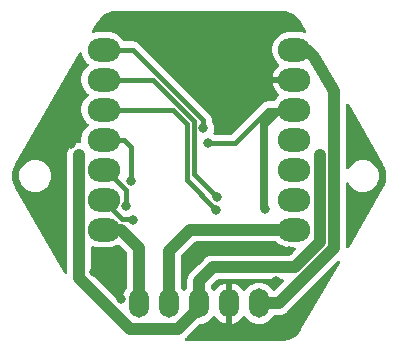
<source format=gbr>
%TF.GenerationSoftware,KiCad,Pcbnew,7.0.9*%
%TF.CreationDate,2024-01-11T17:27:39+09:00*%
%TF.ProjectId,LineIntegratedBoard,4c696e65-496e-4746-9567-726174656442,rev?*%
%TF.SameCoordinates,Original*%
%TF.FileFunction,Copper,L1,Top*%
%TF.FilePolarity,Positive*%
%FSLAX46Y46*%
G04 Gerber Fmt 4.6, Leading zero omitted, Abs format (unit mm)*
G04 Created by KiCad (PCBNEW 7.0.9) date 2024-01-11 17:27:39*
%MOMM*%
%LPD*%
G01*
G04 APERTURE LIST*
%TA.AperFunction,SMDPad,CuDef*%
%ADD10O,1.700000X2.500000*%
%TD*%
%TA.AperFunction,SMDPad,CuDef*%
%ADD11O,2.748280X1.998980*%
%TD*%
%TA.AperFunction,ViaPad*%
%ADD12C,0.800000*%
%TD*%
%TA.AperFunction,Conductor*%
%ADD13C,0.400000*%
%TD*%
%TA.AperFunction,Conductor*%
%ADD14C,1.000000*%
%TD*%
G04 APERTURE END LIST*
D10*
%TO.P,J4,1,Pin_1*%
%TO.N,+5V*%
X157480000Y-100965000D03*
%TO.P,J4,2,Pin_2*%
%TO.N,GND*%
X154940000Y-100965000D03*
%TO.P,J4,3,Pin_3*%
%TO.N,+5VA*%
X152400000Y-100965000D03*
%TO.P,J4,4,Pin_4*%
%TO.N,LINE_TX*%
X149860000Y-100965000D03*
%TO.P,J4,5,Pin_5*%
%TO.N,LINE_RX*%
X147320000Y-100965000D03*
%TD*%
D11*
%TO.P,U2,1,PA02_A0_D0*%
%TO.N,Data*%
X144315117Y-79477167D03*
%TO.P,U2,2,PA4_A1_D1*%
%TO.N,S0*%
X144315117Y-82017167D03*
%TO.P,U2,3,PA10_A2_D2*%
%TO.N,S1*%
X144315117Y-84557167D03*
%TO.P,U2,4,PA11_A3_D3*%
%TO.N,E*%
X144315117Y-87097167D03*
%TO.P,U2,5,PA8_A4_D4_SDA*%
%TO.N,S2*%
X144315117Y-89637167D03*
%TO.P,U2,6,PA9_A5_D5_SCL*%
%TO.N,S3*%
X144315117Y-92177167D03*
%TO.P,U2,7,PB08_A6_D6_TX*%
%TO.N,LINE_RX*%
X144315117Y-94717167D03*
%TO.P,U2,8,PB09_A7_D7_RX*%
%TO.N,LINE_TX*%
X160479677Y-94717167D03*
%TO.P,U2,9,PA7_A8_D8_SCK*%
%TO.N,unconnected-(U2-PA7_A8_D8_SCK-Pad9)*%
X160479677Y-92177167D03*
%TO.P,U2,10,PA5_A9_D9_MISO*%
%TO.N,unconnected-(U2-PA5_A9_D9_MISO-Pad10)*%
X160479677Y-89637167D03*
%TO.P,U2,11,PA6_A10_D10_MOSI*%
%TO.N,unconnected-(U2-PA6_A10_D10_MOSI-Pad11)*%
X160479677Y-87097167D03*
%TO.P,U2,12,3V3*%
%TO.N,+3.3V*%
X160479677Y-84557167D03*
%TO.P,U2,13,GND*%
%TO.N,GND*%
X160479677Y-82017167D03*
%TO.P,U2,14,5V*%
%TO.N,+5V*%
X160479677Y-79477167D03*
%TD*%
D12*
%TO.N,+3.3V*%
X157988000Y-92964000D03*
X153160693Y-87391768D03*
%TO.N,GND*%
X159385000Y-77216000D03*
X140716000Y-96774000D03*
X151638000Y-97536000D03*
X160020000Y-96520000D03*
X152019000Y-82931000D03*
X165354000Y-87884000D03*
X146050000Y-77470000D03*
X145796000Y-100584000D03*
X158877000Y-99060000D03*
X157607000Y-83439000D03*
X141572955Y-87462062D03*
X157861000Y-78867000D03*
X159131000Y-103124000D03*
X162687000Y-99441000D03*
X143510000Y-98298000D03*
X152019000Y-77597000D03*
X145796000Y-96774000D03*
X139954000Y-93472000D03*
X138684000Y-87122000D03*
X157226000Y-96139000D03*
X165354000Y-94615000D03*
%TO.N,+5VA*%
X142240000Y-89662000D03*
X142240000Y-88392000D03*
X162630000Y-88392000D03*
X153000689Y-98459311D03*
X162630000Y-89662000D03*
X152400000Y-99060000D03*
%TO.N,Data*%
X152775236Y-86143500D03*
%TO.N,S0*%
X153924000Y-91948000D03*
%TO.N,S1*%
X153868039Y-93022439D03*
%TO.N,S3*%
X146840072Y-93894500D03*
%TO.N,S2*%
X146192971Y-92720968D03*
%TO.N,E*%
X146615332Y-90620668D03*
%TD*%
D13*
%TO.N,+3.3V*%
X155448000Y-87376000D02*
X158266833Y-84557167D01*
X153176461Y-87376000D02*
X155448000Y-87376000D01*
X159282833Y-84557167D02*
X157988000Y-85852000D01*
X158750000Y-84557167D02*
X160479677Y-84557167D01*
X157734000Y-92710000D02*
X157734000Y-85573167D01*
X158266833Y-84557167D02*
X158750000Y-84557167D01*
X160479677Y-84557167D02*
X159282833Y-84557167D01*
X157734000Y-85573167D02*
X158750000Y-84557167D01*
X153160693Y-87391768D02*
X153176461Y-87376000D01*
X157988000Y-85852000D02*
X157988000Y-92964000D01*
X157988000Y-92964000D02*
X157734000Y-92710000D01*
D14*
%TO.N,+5VA*%
X153000689Y-98459311D02*
X153543000Y-97917000D01*
X152400000Y-100965000D02*
X152400000Y-99060000D01*
X160481944Y-97917000D02*
X162630000Y-95768944D01*
X153543000Y-97917000D02*
X160481944Y-97917000D01*
X152400000Y-101365000D02*
X150641000Y-103124000D01*
X146558000Y-103124000D02*
X142240000Y-98806000D01*
X142240000Y-98806000D02*
X142240000Y-89662000D01*
X162630000Y-95768944D02*
X162630000Y-89662000D01*
X142240000Y-89662000D02*
X142240000Y-88392000D01*
X152400000Y-99060000D02*
X153000689Y-98459311D01*
X150641000Y-103124000D02*
X146558000Y-103124000D01*
X162630000Y-89662000D02*
X162630000Y-88392000D01*
X152400000Y-100965000D02*
X152400000Y-101365000D01*
%TO.N,+5V*%
X159131000Y-100965000D02*
X163830000Y-96266000D01*
X157480000Y-100965000D02*
X159131000Y-100965000D01*
X161565295Y-79477167D02*
X160479677Y-79477167D01*
X163830000Y-82967341D02*
X162155978Y-80067850D01*
X163830000Y-96266000D02*
X163830000Y-82967341D01*
X162155978Y-80067850D02*
X161565295Y-79477167D01*
%TO.N,LINE_RX*%
X145771167Y-94717167D02*
X147320000Y-96266000D01*
X144315117Y-94717167D02*
X145771167Y-94717167D01*
X147320000Y-96266000D02*
X147320000Y-100965000D01*
%TO.N,LINE_TX*%
X151662833Y-94717167D02*
X160479677Y-94717167D01*
X149860000Y-100965000D02*
X149860000Y-96520000D01*
X149860000Y-96520000D02*
X151662833Y-94717167D01*
D13*
%TO.N,Data*%
X152775236Y-85465236D02*
X146787167Y-79477167D01*
X152775236Y-86143500D02*
X152775236Y-85465236D01*
X146787167Y-79477167D02*
X144315117Y-79477167D01*
%TO.N,S0*%
X148478639Y-82017167D02*
X151975736Y-85514264D01*
X144315117Y-82017167D02*
X148478639Y-82017167D01*
X151975736Y-89999736D02*
X153924000Y-91948000D01*
X151975736Y-85514264D02*
X151975736Y-89999736D01*
%TO.N,S1*%
X151375736Y-90530136D02*
X153868039Y-93022439D01*
X144315117Y-84557167D02*
X150170111Y-84557167D01*
X151375736Y-87376000D02*
X151375736Y-90530136D01*
X150170111Y-84557167D02*
X151043472Y-85430528D01*
X151375736Y-85762792D02*
X151375736Y-87376000D01*
X151043472Y-85430528D02*
X151375736Y-85762792D01*
%TO.N,S3*%
X144315117Y-92245117D02*
X144315117Y-92177167D01*
X146840072Y-93894500D02*
X146762739Y-93817167D01*
X145887167Y-93817167D02*
X144315117Y-92245117D01*
X146762739Y-93817167D02*
X145887167Y-93817167D01*
%TO.N,S2*%
X145796000Y-90932000D02*
X144501167Y-89637167D01*
X146192971Y-91328971D02*
X145796000Y-90932000D01*
X144501167Y-89637167D02*
X144315117Y-89637167D01*
X146192971Y-92720968D02*
X146192971Y-91328971D01*
%TO.N,E*%
X146615332Y-90620668D02*
X146615332Y-87687332D01*
X146025167Y-87097167D02*
X144315117Y-87097167D01*
X146615332Y-87687332D02*
X146025167Y-87097167D01*
%TD*%
%TA.AperFunction,Conductor*%
%TO.N,GND*%
G36*
X164238579Y-97374854D02*
G01*
X164294512Y-97416726D01*
X164318929Y-97482190D01*
X164304077Y-97550463D01*
X164302632Y-97553036D01*
X161060843Y-103167978D01*
X161058700Y-103171424D01*
X161030148Y-103214155D01*
X160906055Y-103396165D01*
X160901439Y-103402123D01*
X160828898Y-103484843D01*
X160717185Y-103605240D01*
X160712612Y-103609686D01*
X160622800Y-103688449D01*
X160620577Y-103690308D01*
X160500554Y-103786024D01*
X160496341Y-103789104D01*
X160394363Y-103857243D01*
X160390917Y-103859386D01*
X160259891Y-103935034D01*
X160256312Y-103936947D01*
X160146319Y-103991189D01*
X160141546Y-103993298D01*
X159998638Y-104049385D01*
X159995917Y-104050380D01*
X159882805Y-104088778D01*
X159876667Y-104090515D01*
X159716542Y-104127063D01*
X159608639Y-104148526D01*
X159601170Y-104149545D01*
X159381246Y-104166024D01*
X159339638Y-104168752D01*
X159330258Y-104169367D01*
X159326210Y-104169500D01*
X151293937Y-104169500D01*
X151226898Y-104149815D01*
X151181143Y-104097011D01*
X151171199Y-104027853D01*
X151200224Y-103964297D01*
X151213163Y-103951417D01*
X151241566Y-103927033D01*
X151247843Y-103922300D01*
X151248145Y-103922101D01*
X151276519Y-103903402D01*
X151319917Y-103860002D01*
X151323336Y-103856834D01*
X151369895Y-103816866D01*
X151390931Y-103789688D01*
X151396101Y-103783818D01*
X152433031Y-102746888D01*
X152494352Y-102713405D01*
X152509896Y-102711044D01*
X152635408Y-102700063D01*
X152863663Y-102638903D01*
X153077829Y-102539035D01*
X153271401Y-102403495D01*
X153438495Y-102236401D01*
X153568732Y-102050402D01*
X153623306Y-102006779D01*
X153692805Y-101999585D01*
X153755160Y-102031107D01*
X153771880Y-102050404D01*
X153901886Y-102236073D01*
X153901891Y-102236079D01*
X154068917Y-102403105D01*
X154262421Y-102538600D01*
X154476507Y-102638429D01*
X154476516Y-102638433D01*
X154690000Y-102695634D01*
X154690000Y-99234364D01*
X154689999Y-99234364D01*
X154476513Y-99291567D01*
X154476507Y-99291570D01*
X154262422Y-99391399D01*
X154262420Y-99391400D01*
X154068926Y-99526886D01*
X154068920Y-99526891D01*
X153901891Y-99693920D01*
X153901890Y-99693922D01*
X153771880Y-99879595D01*
X153717303Y-99923219D01*
X153647804Y-99930412D01*
X153585450Y-99898890D01*
X153568730Y-99879594D01*
X153438494Y-99693597D01*
X153436819Y-99691922D01*
X153436315Y-99691000D01*
X153435014Y-99689449D01*
X153435325Y-99689187D01*
X153403334Y-99630599D01*
X153400500Y-99604241D01*
X153400500Y-99525783D01*
X153420185Y-99458744D01*
X153436819Y-99438102D01*
X153921102Y-98953819D01*
X153982425Y-98920334D01*
X154008783Y-98917500D01*
X159464218Y-98917500D01*
X159531257Y-98937185D01*
X159577012Y-98989989D01*
X159586956Y-99059147D01*
X159557931Y-99122703D01*
X159551899Y-99129181D01*
X158816134Y-99864945D01*
X158754811Y-99898430D01*
X158685119Y-99893446D01*
X158629186Y-99851574D01*
X158626878Y-99848387D01*
X158518494Y-99693597D01*
X158351402Y-99526506D01*
X158351395Y-99526501D01*
X158157834Y-99390967D01*
X158157830Y-99390965D01*
X158135392Y-99380502D01*
X157943663Y-99291097D01*
X157943659Y-99291096D01*
X157943655Y-99291094D01*
X157715413Y-99229938D01*
X157715403Y-99229936D01*
X157480001Y-99209341D01*
X157479999Y-99209341D01*
X157244596Y-99229936D01*
X157244586Y-99229938D01*
X157016344Y-99291094D01*
X157016335Y-99291098D01*
X156802171Y-99390964D01*
X156802169Y-99390965D01*
X156608597Y-99526505D01*
X156441508Y-99693594D01*
X156311269Y-99879595D01*
X156256692Y-99923219D01*
X156187193Y-99930412D01*
X156124839Y-99898890D01*
X156108119Y-99879594D01*
X155978113Y-99693926D01*
X155978108Y-99693920D01*
X155811082Y-99526894D01*
X155617578Y-99391399D01*
X155403492Y-99291570D01*
X155403486Y-99291567D01*
X155190000Y-99234364D01*
X155190000Y-102695633D01*
X155403483Y-102638433D01*
X155403492Y-102638429D01*
X155617577Y-102538600D01*
X155617579Y-102538599D01*
X155811073Y-102403113D01*
X155811079Y-102403108D01*
X155978108Y-102236079D01*
X155978113Y-102236073D01*
X156108119Y-102050405D01*
X156162696Y-102006780D01*
X156232194Y-101999586D01*
X156294549Y-102031109D01*
X156311269Y-102050405D01*
X156441505Y-102236402D01*
X156608209Y-102403105D01*
X156608599Y-102403495D01*
X156705384Y-102471265D01*
X156802165Y-102539032D01*
X156802167Y-102539033D01*
X156802170Y-102539035D01*
X157016337Y-102638903D01*
X157244592Y-102700063D01*
X157415056Y-102714977D01*
X157479999Y-102720659D01*
X157480000Y-102720659D01*
X157480001Y-102720659D01*
X157519234Y-102717226D01*
X157715408Y-102700063D01*
X157943663Y-102638903D01*
X158157829Y-102539035D01*
X158351401Y-102403495D01*
X158518495Y-102236401D01*
X158654035Y-102042829D01*
X158656711Y-102037091D01*
X158702885Y-101984654D01*
X158769091Y-101965500D01*
X159118284Y-101965500D01*
X159207358Y-101967757D01*
X159207358Y-101967756D01*
X159207363Y-101967757D01*
X159267753Y-101956932D01*
X159272412Y-101956280D01*
X159314607Y-101951988D01*
X159333438Y-101950074D01*
X159366227Y-101939786D01*
X159373840Y-101937918D01*
X159407653Y-101931858D01*
X159464621Y-101909101D01*
X159469053Y-101907524D01*
X159527588Y-101889159D01*
X159557627Y-101872484D01*
X159564708Y-101869122D01*
X159596617Y-101856377D01*
X159647854Y-101822608D01*
X159651851Y-101820187D01*
X159705502Y-101790409D01*
X159731568Y-101768030D01*
X159737843Y-101763300D01*
X159766519Y-101744402D01*
X159809917Y-101701002D01*
X159813336Y-101697834D01*
X159859895Y-101657866D01*
X159880931Y-101630688D01*
X159886101Y-101624818D01*
X164107566Y-97403353D01*
X164168887Y-97369870D01*
X164238579Y-97374854D01*
G37*
%TD.AperFunction*%
%TA.AperFunction,Conductor*%
G36*
X145621532Y-95986746D02*
G01*
X145642961Y-96003882D01*
X146283181Y-96644102D01*
X146316666Y-96705425D01*
X146319500Y-96731783D01*
X146319500Y-99604241D01*
X146299815Y-99671280D01*
X146283181Y-99691922D01*
X146281505Y-99693597D01*
X146145965Y-99887169D01*
X146145964Y-99887171D01*
X146046098Y-100101335D01*
X146046094Y-100101344D01*
X145984938Y-100329586D01*
X145984936Y-100329596D01*
X145969500Y-100506034D01*
X145969500Y-100821217D01*
X145949815Y-100888256D01*
X145897011Y-100934011D01*
X145827853Y-100943955D01*
X145764297Y-100914930D01*
X145757819Y-100908898D01*
X143276819Y-98427898D01*
X143243334Y-98366575D01*
X143240500Y-98340217D01*
X143240500Y-96237878D01*
X143260185Y-96170839D01*
X143312989Y-96125084D01*
X143382147Y-96115140D01*
X143414311Y-96124323D01*
X143451748Y-96140745D01*
X143451752Y-96140746D01*
X143692731Y-96201770D01*
X143878424Y-96217157D01*
X143878426Y-96217157D01*
X144751808Y-96217157D01*
X144751810Y-96217157D01*
X144937503Y-96201770D01*
X145178482Y-96140746D01*
X145406130Y-96040890D01*
X145487459Y-95987754D01*
X145554347Y-95967567D01*
X145621532Y-95986746D01*
G37*
%TD.AperFunction*%
%TA.AperFunction,Conductor*%
G36*
X158995793Y-95737352D02*
G01*
X159012737Y-95750438D01*
X159180555Y-95904926D01*
X159180554Y-95904926D01*
X159332019Y-96003882D01*
X159388664Y-96040890D01*
X159616312Y-96140746D01*
X159857291Y-96201770D01*
X160042984Y-96217157D01*
X160467505Y-96217157D01*
X160534544Y-96236842D01*
X160580299Y-96289646D01*
X160590243Y-96358804D01*
X160561218Y-96422360D01*
X160555186Y-96428838D01*
X160103843Y-96880181D01*
X160042520Y-96913666D01*
X160016162Y-96916500D01*
X153555717Y-96916500D01*
X153511176Y-96915371D01*
X153466637Y-96914243D01*
X153466636Y-96914243D01*
X153466627Y-96914243D01*
X153406253Y-96925065D01*
X153401587Y-96925719D01*
X153340563Y-96931925D01*
X153340562Y-96931925D01*
X153307786Y-96942208D01*
X153300159Y-96944080D01*
X153266350Y-96950140D01*
X153266347Y-96950141D01*
X153209368Y-96972899D01*
X153204931Y-96974478D01*
X153146417Y-96992838D01*
X153146406Y-96992843D01*
X153116382Y-97009507D01*
X153109290Y-97012875D01*
X153083262Y-97023273D01*
X153077383Y-97025622D01*
X153077382Y-97025622D01*
X153077381Y-97025623D01*
X153077373Y-97025627D01*
X153026155Y-97059383D01*
X153022126Y-97061824D01*
X152968502Y-97091588D01*
X152968499Y-97091590D01*
X152942427Y-97113970D01*
X152936160Y-97118695D01*
X152907482Y-97137598D01*
X152907475Y-97137603D01*
X152864116Y-97180962D01*
X152860661Y-97184164D01*
X152814106Y-97224132D01*
X152814105Y-97224133D01*
X152793076Y-97251300D01*
X152787884Y-97257194D01*
X152365171Y-97679909D01*
X151701532Y-98343546D01*
X151636946Y-98404942D01*
X151601899Y-98455294D01*
X151599062Y-98459056D01*
X151560302Y-98506592D01*
X151560299Y-98506597D01*
X151544392Y-98537047D01*
X151540324Y-98543761D01*
X151520702Y-98571954D01*
X151496509Y-98628330D01*
X151494488Y-98632584D01*
X151466091Y-98686951D01*
X151466090Y-98686952D01*
X151456640Y-98719975D01*
X151454007Y-98727371D01*
X151440459Y-98758943D01*
X151428113Y-98819019D01*
X151426990Y-98823595D01*
X151410113Y-98882577D01*
X151410113Y-98882579D01*
X151407503Y-98916841D01*
X151406414Y-98924608D01*
X151402211Y-98945067D01*
X151399500Y-98958258D01*
X151399500Y-99019597D01*
X151399321Y-99024306D01*
X151394662Y-99085474D01*
X151396707Y-99101527D01*
X151399003Y-99119560D01*
X151399500Y-99127388D01*
X151399500Y-99604241D01*
X151379815Y-99671280D01*
X151363181Y-99691922D01*
X151361505Y-99693597D01*
X151231575Y-99879158D01*
X151176998Y-99922783D01*
X151107500Y-99929977D01*
X151045145Y-99898454D01*
X151028425Y-99879158D01*
X150898494Y-99693597D01*
X150896819Y-99691922D01*
X150896315Y-99691000D01*
X150895014Y-99689449D01*
X150895325Y-99689187D01*
X150863334Y-99630599D01*
X150860500Y-99604241D01*
X150860500Y-96985782D01*
X150880185Y-96918743D01*
X150896819Y-96898101D01*
X152040934Y-95753986D01*
X152102257Y-95720501D01*
X152128615Y-95717667D01*
X158928754Y-95717667D01*
X158995793Y-95737352D01*
G37*
%TD.AperFunction*%
%TA.AperFunction,Conductor*%
G36*
X142428397Y-79725616D02*
G01*
X142468925Y-79782531D01*
X142474054Y-79802676D01*
X142481393Y-79846659D01*
X142562106Y-80081767D01*
X142562108Y-80081772D01*
X142680421Y-80300395D01*
X142680425Y-80300400D01*
X142833100Y-80496557D01*
X142833109Y-80496567D01*
X143006230Y-80655938D01*
X143042221Y-80715825D01*
X143040120Y-80785663D01*
X143006230Y-80838396D01*
X142833109Y-80997766D01*
X142833100Y-80997776D01*
X142680425Y-81193933D01*
X142680421Y-81193938D01*
X142562108Y-81412561D01*
X142562106Y-81412566D01*
X142481393Y-81647675D01*
X142440477Y-81892875D01*
X142440477Y-82141458D01*
X142481393Y-82386658D01*
X142562106Y-82621767D01*
X142562108Y-82621772D01*
X142680421Y-82840395D01*
X142680425Y-82840400D01*
X142833100Y-83036557D01*
X142833109Y-83036567D01*
X143006230Y-83195938D01*
X143042221Y-83255825D01*
X143040120Y-83325663D01*
X143006230Y-83378396D01*
X142833109Y-83537766D01*
X142833100Y-83537776D01*
X142680425Y-83733933D01*
X142680421Y-83733938D01*
X142562108Y-83952561D01*
X142562106Y-83952566D01*
X142481393Y-84187675D01*
X142440477Y-84432875D01*
X142440477Y-84681458D01*
X142481393Y-84926658D01*
X142562106Y-85161767D01*
X142562108Y-85161772D01*
X142680421Y-85380395D01*
X142680425Y-85380400D01*
X142833100Y-85576557D01*
X142833109Y-85576567D01*
X143006230Y-85735938D01*
X143042221Y-85795825D01*
X143040120Y-85865663D01*
X143006230Y-85918396D01*
X142833109Y-86077766D01*
X142833100Y-86077776D01*
X142680425Y-86273933D01*
X142680421Y-86273938D01*
X142562108Y-86492561D01*
X142562106Y-86492566D01*
X142481393Y-86727675D01*
X142472469Y-86781157D01*
X142442734Y-86959352D01*
X142440477Y-86972875D01*
X142440477Y-87221461D01*
X142445214Y-87249851D01*
X142436831Y-87319216D01*
X142392278Y-87373037D01*
X142325699Y-87394228D01*
X142316625Y-87394100D01*
X142189064Y-87387631D01*
X142189061Y-87387631D01*
X141987936Y-87418442D01*
X141987924Y-87418445D01*
X141797118Y-87489111D01*
X141797111Y-87489115D01*
X141624432Y-87596745D01*
X141624427Y-87596749D01*
X141476949Y-87736938D01*
X141476948Y-87736940D01*
X141360705Y-87903949D01*
X141280459Y-88090943D01*
X141239500Y-88290258D01*
X141239500Y-98375673D01*
X141219815Y-98442712D01*
X141167011Y-98488467D01*
X141097853Y-98498411D01*
X141034297Y-98469386D01*
X141008113Y-98437673D01*
X140283517Y-97182636D01*
X136812979Y-91171487D01*
X136811073Y-91167921D01*
X136806065Y-91157766D01*
X136788373Y-91121890D01*
X136692767Y-90923360D01*
X136689927Y-90916413D01*
X136654560Y-90812225D01*
X136606143Y-90655258D01*
X136604584Y-90649098D01*
X136581273Y-90531905D01*
X136580788Y-90529131D01*
X136557895Y-90377240D01*
X136557340Y-90372101D01*
X136552688Y-90301120D01*
X136549319Y-90249706D01*
X136549186Y-90245651D01*
X136549186Y-90170000D01*
X137175941Y-90170000D01*
X137196536Y-90405403D01*
X137196538Y-90405413D01*
X137257694Y-90633655D01*
X137257696Y-90633659D01*
X137257697Y-90633663D01*
X137282806Y-90687508D01*
X137357564Y-90847828D01*
X137357565Y-90847830D01*
X137493105Y-91041402D01*
X137660197Y-91208494D01*
X137853769Y-91344034D01*
X137853771Y-91344035D01*
X138067937Y-91443903D01*
X138296192Y-91505063D01*
X138472634Y-91520500D01*
X138590566Y-91520500D01*
X138767008Y-91505063D01*
X138995263Y-91443903D01*
X139209429Y-91344035D01*
X139403001Y-91208495D01*
X139570095Y-91041401D01*
X139705635Y-90847830D01*
X139805503Y-90633663D01*
X139866663Y-90405408D01*
X139887259Y-90170000D01*
X139866663Y-89934592D01*
X139805503Y-89706337D01*
X139705635Y-89492171D01*
X139705634Y-89492169D01*
X139570094Y-89298597D01*
X139403002Y-89131505D01*
X139209430Y-88995965D01*
X139209428Y-88995964D01*
X139102346Y-88946031D01*
X138995263Y-88896097D01*
X138995259Y-88896096D01*
X138995255Y-88896094D01*
X138767013Y-88834938D01*
X138767003Y-88834936D01*
X138590566Y-88819500D01*
X138472634Y-88819500D01*
X138296196Y-88834936D01*
X138296186Y-88834938D01*
X138067944Y-88896094D01*
X138067935Y-88896098D01*
X137853771Y-88995964D01*
X137853769Y-88995965D01*
X137660197Y-89131505D01*
X137493106Y-89298597D01*
X137493101Y-89298604D01*
X137357567Y-89492165D01*
X137357565Y-89492169D01*
X137257698Y-89706335D01*
X137257694Y-89706344D01*
X137196538Y-89934586D01*
X137196536Y-89934596D01*
X137175941Y-90169999D01*
X137175941Y-90170000D01*
X136549186Y-90170000D01*
X136549186Y-90094347D01*
X136549319Y-90090292D01*
X136552688Y-90038880D01*
X136557340Y-89967893D01*
X136557894Y-89962764D01*
X136580791Y-89810854D01*
X136581271Y-89808108D01*
X136604586Y-89690892D01*
X136606140Y-89684750D01*
X136654552Y-89527797D01*
X136689928Y-89423583D01*
X136692765Y-89416642D01*
X136788408Y-89218039D01*
X136792875Y-89208979D01*
X136811084Y-89172054D01*
X136812978Y-89168511D01*
X142244359Y-79761085D01*
X142294925Y-79712871D01*
X142363532Y-79699648D01*
X142428397Y-79725616D01*
G37*
%TD.AperFunction*%
%TA.AperFunction,Conductor*%
G36*
X165035703Y-84070316D02*
G01*
X165061885Y-84102026D01*
X166075991Y-85858509D01*
X167979615Y-89155684D01*
X167979616Y-89155684D01*
X167987012Y-89168496D01*
X167988923Y-89172073D01*
X168011592Y-89218039D01*
X168107231Y-89416637D01*
X168110076Y-89423597D01*
X168145434Y-89527759D01*
X168159680Y-89573942D01*
X168193853Y-89684732D01*
X168195417Y-89690915D01*
X168218716Y-89808046D01*
X168219215Y-89810902D01*
X168242101Y-89962740D01*
X168242661Y-89967928D01*
X168250561Y-90088455D01*
X168250681Y-90090276D01*
X168250814Y-90094333D01*
X168250814Y-90245665D01*
X168250682Y-90249706D01*
X168250506Y-90252390D01*
X168242661Y-90372070D01*
X168242101Y-90377258D01*
X168219215Y-90529096D01*
X168218716Y-90531952D01*
X168195417Y-90649083D01*
X168193853Y-90655265D01*
X168145441Y-90812219D01*
X168127049Y-90866402D01*
X168110079Y-90916394D01*
X168107227Y-90923371D01*
X168011609Y-91121925D01*
X167988915Y-91167942D01*
X167987002Y-91171520D01*
X165061887Y-96237969D01*
X165011320Y-96286185D01*
X164942713Y-96299408D01*
X164877848Y-96273440D01*
X164837320Y-96216525D01*
X164830500Y-96175969D01*
X164830500Y-90841297D01*
X164850185Y-90774258D01*
X164902989Y-90728503D01*
X164972147Y-90718559D01*
X165035703Y-90747584D01*
X165066882Y-90788892D01*
X165094364Y-90847828D01*
X165094365Y-90847830D01*
X165229905Y-91041402D01*
X165396997Y-91208494D01*
X165590569Y-91344034D01*
X165590571Y-91344035D01*
X165804737Y-91443903D01*
X166032992Y-91505063D01*
X166209434Y-91520500D01*
X166327366Y-91520500D01*
X166503808Y-91505063D01*
X166732063Y-91443903D01*
X166946229Y-91344035D01*
X167139801Y-91208495D01*
X167306895Y-91041401D01*
X167442435Y-90847830D01*
X167542303Y-90633663D01*
X167603463Y-90405408D01*
X167624059Y-90170000D01*
X167603463Y-89934592D01*
X167542303Y-89706337D01*
X167442435Y-89492171D01*
X167442434Y-89492169D01*
X167306894Y-89298597D01*
X167139802Y-89131505D01*
X166946230Y-88995965D01*
X166946228Y-88995964D01*
X166839146Y-88946031D01*
X166732063Y-88896097D01*
X166732059Y-88896096D01*
X166732055Y-88896094D01*
X166503813Y-88834938D01*
X166503803Y-88834936D01*
X166327366Y-88819500D01*
X166209434Y-88819500D01*
X166032996Y-88834936D01*
X166032986Y-88834938D01*
X165804744Y-88896094D01*
X165804735Y-88896098D01*
X165590571Y-88995964D01*
X165590569Y-88995965D01*
X165396997Y-89131505D01*
X165229906Y-89298597D01*
X165229901Y-89298604D01*
X165094367Y-89492165D01*
X165094365Y-89492170D01*
X165066882Y-89551107D01*
X165020709Y-89603546D01*
X164953515Y-89622698D01*
X164886634Y-89602482D01*
X164841300Y-89549316D01*
X164830500Y-89498702D01*
X164830500Y-84164029D01*
X164850185Y-84096990D01*
X164902989Y-84051235D01*
X164972147Y-84041291D01*
X165035703Y-84070316D01*
G37*
%TD.AperFunction*%
%TA.AperFunction,Conductor*%
G36*
X159330223Y-76170633D02*
G01*
X159349246Y-76171879D01*
X159381421Y-76173988D01*
X159601196Y-76190458D01*
X159608626Y-76191472D01*
X159716522Y-76212934D01*
X159873630Y-76248793D01*
X159876669Y-76249487D01*
X159882806Y-76251224D01*
X159995915Y-76289620D01*
X159998622Y-76290609D01*
X160141557Y-76346707D01*
X160146319Y-76348812D01*
X160187660Y-76369198D01*
X160256306Y-76403051D01*
X160259851Y-76404945D01*
X160390948Y-76480634D01*
X160394376Y-76482766D01*
X160496335Y-76550893D01*
X160500531Y-76553960D01*
X160500549Y-76553974D01*
X160620595Y-76649708D01*
X160622807Y-76651558D01*
X160712610Y-76730313D01*
X160717178Y-76734755D01*
X160828921Y-76855186D01*
X160901434Y-76937872D01*
X160906051Y-76943830D01*
X161030084Y-77125749D01*
X161058711Y-77168593D01*
X161060854Y-77172039D01*
X161461836Y-77866562D01*
X161478309Y-77934462D01*
X161455456Y-78000489D01*
X161400535Y-78043680D01*
X161330982Y-78050321D01*
X161324009Y-78048768D01*
X161102059Y-77992563D01*
X160953254Y-77980233D01*
X160916370Y-77977177D01*
X160042984Y-77977177D01*
X160009431Y-77979957D01*
X159857294Y-77992563D01*
X159616311Y-78053588D01*
X159388664Y-78153443D01*
X159180554Y-78289407D01*
X158997669Y-78457766D01*
X158997660Y-78457776D01*
X158844985Y-78653933D01*
X158844981Y-78653938D01*
X158726668Y-78872561D01*
X158726666Y-78872566D01*
X158645953Y-79107675D01*
X158605037Y-79352875D01*
X158605037Y-79601458D01*
X158645953Y-79846658D01*
X158726666Y-80081767D01*
X158726668Y-80081772D01*
X158844981Y-80300395D01*
X158844985Y-80300400D01*
X158997660Y-80496557D01*
X158997669Y-80496567D01*
X159171160Y-80656278D01*
X159207151Y-80716165D01*
X159205050Y-80786003D01*
X159171160Y-80838737D01*
X158998032Y-80998112D01*
X158998029Y-80998116D01*
X158845407Y-81194204D01*
X158845403Y-81194210D01*
X158727128Y-81412762D01*
X158727125Y-81412771D01*
X158646439Y-81647799D01*
X158626521Y-81767167D01*
X160605677Y-81767167D01*
X160672716Y-81786852D01*
X160718471Y-81839656D01*
X160729677Y-81891167D01*
X160729677Y-82143167D01*
X160709992Y-82210206D01*
X160657188Y-82255961D01*
X160605677Y-82267167D01*
X158626521Y-82267167D01*
X158646439Y-82386534D01*
X158727125Y-82621562D01*
X158727128Y-82621571D01*
X158845403Y-82840123D01*
X158845407Y-82840129D01*
X158998029Y-83036217D01*
X158998032Y-83036220D01*
X159171160Y-83195596D01*
X159207150Y-83255483D01*
X159205050Y-83325321D01*
X159171161Y-83378055D01*
X159027899Y-83509938D01*
X158997671Y-83537766D01*
X158997664Y-83537772D01*
X158997660Y-83537776D01*
X158844985Y-83733933D01*
X158844978Y-83733943D01*
X158815923Y-83787632D01*
X158766703Y-83837222D01*
X158714365Y-83852386D01*
X158707400Y-83852807D01*
X158697424Y-83854636D01*
X158675073Y-83856667D01*
X158289881Y-83856667D01*
X158286136Y-83856554D01*
X158224229Y-83852809D01*
X158224222Y-83852809D01*
X158163219Y-83863988D01*
X158159518Y-83864551D01*
X158097961Y-83872026D01*
X158097954Y-83872028D01*
X158088480Y-83875621D01*
X158066882Y-83881642D01*
X158056901Y-83883472D01*
X158056896Y-83883473D01*
X158000338Y-83908928D01*
X157996879Y-83910360D01*
X157938903Y-83932348D01*
X157938899Y-83932351D01*
X157930556Y-83938109D01*
X157911021Y-83949127D01*
X157901781Y-83953286D01*
X157901772Y-83953291D01*
X157852957Y-83991535D01*
X157849942Y-83993753D01*
X157798901Y-84028985D01*
X157757775Y-84075407D01*
X157755208Y-84078133D01*
X155194162Y-86639181D01*
X155132839Y-86672666D01*
X155106481Y-86675500D01*
X153747146Y-86675500D01*
X153680107Y-86655815D01*
X153674259Y-86651817D01*
X153652210Y-86635797D01*
X153609545Y-86580467D01*
X153603567Y-86510853D01*
X153607166Y-86497162D01*
X153622373Y-86450360D01*
X153660910Y-86331756D01*
X153680696Y-86143500D01*
X153660910Y-85955244D01*
X153602415Y-85775216D01*
X153507769Y-85611284D01*
X153507580Y-85611074D01*
X153507509Y-85610927D01*
X153503950Y-85606028D01*
X153504846Y-85605376D01*
X153477355Y-85548080D01*
X153475736Y-85528108D01*
X153475736Y-85488271D01*
X153475849Y-85484526D01*
X153479593Y-85422630D01*
X153468413Y-85361622D01*
X153467851Y-85357925D01*
X153460376Y-85296365D01*
X153460375Y-85296361D01*
X153456782Y-85286887D01*
X153450755Y-85265265D01*
X153448930Y-85255306D01*
X153448930Y-85255304D01*
X153423475Y-85198748D01*
X153422045Y-85195293D01*
X153400054Y-85137306D01*
X153394295Y-85128963D01*
X153383266Y-85109408D01*
X153379113Y-85100179D01*
X153379110Y-85100174D01*
X153340869Y-85051363D01*
X153338649Y-85048346D01*
X153325065Y-85028667D01*
X153303419Y-84997307D01*
X153256986Y-84956171D01*
X153254292Y-84953635D01*
X147298765Y-78998108D01*
X147296231Y-78995417D01*
X147255096Y-78948984D01*
X147255095Y-78948983D01*
X147255091Y-78948979D01*
X147204063Y-78913758D01*
X147201054Y-78911544D01*
X147152227Y-78873291D01*
X147152222Y-78873287D01*
X147142980Y-78869128D01*
X147123433Y-78858103D01*
X147115098Y-78852350D01*
X147115099Y-78852350D01*
X147115097Y-78852349D01*
X147057108Y-78830356D01*
X147053657Y-78828926D01*
X146997097Y-78803471D01*
X146987113Y-78801641D01*
X146965510Y-78795618D01*
X146956041Y-78792027D01*
X146956037Y-78792026D01*
X146894480Y-78784551D01*
X146890779Y-78783988D01*
X146829775Y-78772809D01*
X146829770Y-78772809D01*
X146767864Y-78776554D01*
X146764119Y-78776667D01*
X146090118Y-78776667D01*
X146023079Y-78756982D01*
X145981063Y-78711685D01*
X145949812Y-78653938D01*
X145949808Y-78653933D01*
X145797133Y-78457776D01*
X145797124Y-78457766D01*
X145614238Y-78289407D01*
X145614239Y-78289407D01*
X145406129Y-78153443D01*
X145178482Y-78053588D01*
X144937499Y-77992563D01*
X144788694Y-77980233D01*
X144751810Y-77977177D01*
X143878424Y-77977177D01*
X143844871Y-77979957D01*
X143692734Y-77992563D01*
X143476880Y-78047224D01*
X143407059Y-78044598D01*
X143349742Y-78004642D01*
X143323126Y-77940041D01*
X143335661Y-77871305D01*
X143339037Y-77865047D01*
X143739160Y-77172014D01*
X143741290Y-77168587D01*
X143769915Y-77125749D01*
X143893963Y-76943803D01*
X143898546Y-76937890D01*
X143971126Y-76855128D01*
X144082836Y-76734735D01*
X144087365Y-76730331D01*
X144177251Y-76651504D01*
X144179381Y-76649723D01*
X144299474Y-76553951D01*
X144303608Y-76550929D01*
X144405683Y-76482724D01*
X144409026Y-76480645D01*
X144540163Y-76404933D01*
X144543630Y-76403080D01*
X144653704Y-76348797D01*
X144658421Y-76346713D01*
X144801403Y-76290597D01*
X144804056Y-76289626D01*
X144917230Y-76251209D01*
X144923301Y-76249491D01*
X145083442Y-76212939D01*
X145191378Y-76191469D01*
X145198811Y-76190455D01*
X145418660Y-76173980D01*
X145453835Y-76171675D01*
X145469747Y-76170633D01*
X145473802Y-76170500D01*
X159326168Y-76170500D01*
X159330223Y-76170633D01*
G37*
%TD.AperFunction*%
%TD*%
M02*

</source>
